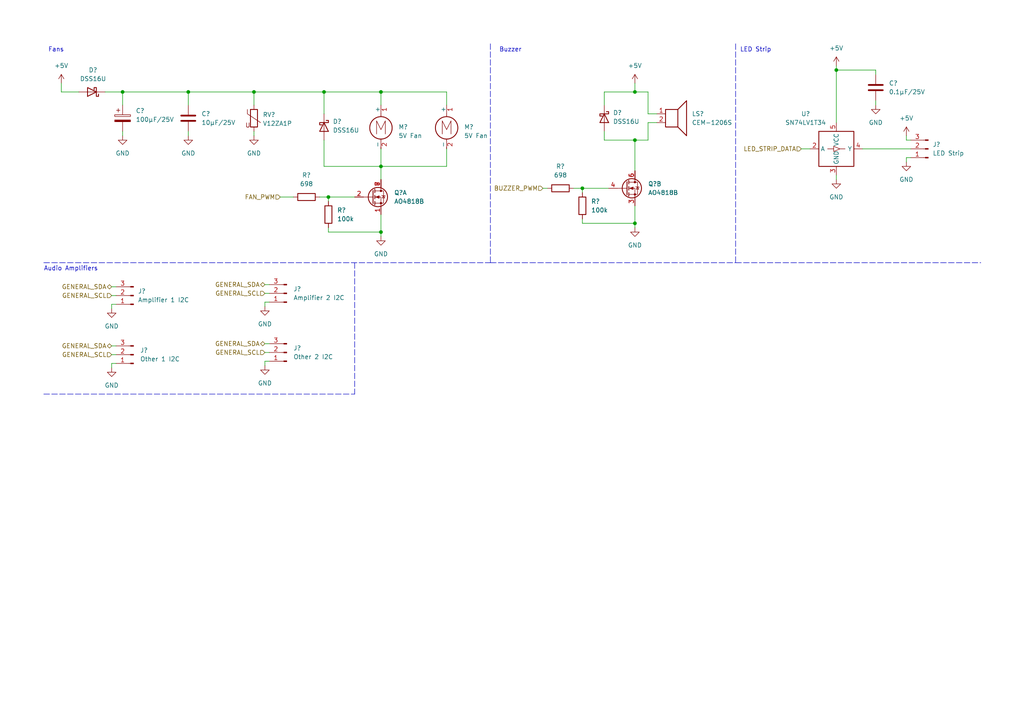
<source format=kicad_sch>
(kicad_sch (version 20211123) (generator eeschema)
  (paper "A4")
  (lib_symbols
    (symbol "Connector:Conn_01x03_Male" (pin_names (offset 1.016) hide)
      (property "Reference" "J" (at 0 5.08 0))
      (property "Value" "Conn_01x03_Male" (at 0 -5.08 0))
      (symbol "Conn_01x03_Male_1_1"
        (polyline (pts (xy 1.27 -2.54) (xy 0.8636 -2.54)) (stroke (width 0.1524)))
        (polyline (pts (xy 1.27 0) (xy 0.8636 0)) (stroke (width 0.1524)))
        (polyline (pts (xy 1.27 2.54) (xy 0.8636 2.54)) (stroke (width 0.1524)))
        (rectangle (start 0.8636 -2.413) (end 0 -2.667) (stroke (width 0.1524)) (fill (type outline)))
        (rectangle (start 0.8636 0.127) (end 0 -0.127) (stroke (width 0.1524)) (fill (type outline)))
        (rectangle (start 0.8636 2.667) (end 0 2.413) (stroke (width 0.1524)) (fill (type outline)))
        (pin passive line (at 5.08 2.54 180) (length 3.81) (name "Pin_1") (number "1"))
        (pin passive line (at 5.08 0 180) (length 3.81) (name "Pin_2") (number "2"))
        (pin passive line (at 5.08 -2.54 180) (length 3.81) (name "Pin_3") (number "3"))
      )
    )
    (symbol "Device:C" (pin_numbers hide) (pin_names (offset 0.254))
      (property "Reference" "C" (at 0.635 2.54 0))
      (property "Value" "C" (at 0.635 -2.54 0))
      (symbol "C_0_1"
        (polyline (pts (xy -2.032 -0.762) (xy 2.032 -0.762)) (stroke (width 0.508)))
        (polyline (pts (xy -2.032 0.762) (xy 2.032 0.762)) (stroke (width 0.508)))
      )
      (symbol "C_1_1"
        (pin passive line (at 0 3.81 270) (length 2.794) (name "~") (number "1"))
        (pin passive line (at 0 -3.81 90) (length 2.794) (name "~") (number "2"))
      )
    )
    (symbol "Device:C_Polarized" (pin_numbers hide) (pin_names (offset 0.254))
      (property "Reference" "C" (at 0.635 2.54 0))
      (property "Value" "C_Polarized" (at 0.635 -2.54 0))
      (symbol "C_Polarized_0_1"
        (rectangle (start -2.286 0.508) (end 2.286 1.016))
        (polyline (pts (xy -1.778 2.286) (xy -0.762 2.286)))
        (polyline (pts (xy -1.27 2.794) (xy -1.27 1.778)))
        (rectangle (start 2.286 -0.508) (end -2.286 -1.016) (fill (type outline)))
      )
      (symbol "C_Polarized_1_1"
        (pin passive line (at 0 3.81 270) (length 2.794) (name "~") (number "1"))
        (pin passive line (at 0 -3.81 90) (length 2.794) (name "~") (number "2"))
      )
    )
    (symbol "Device:D_Schottky" (pin_numbers hide) (pin_names (offset 1.016) hide)
      (property "Reference" "D" (at 0 2.54 0))
      (property "Value" "D_Schottky" (at 0 -2.54 0))
      (symbol "D_Schottky_0_1"
        (polyline (pts (xy 1.27 0) (xy -1.27 0)))
        (polyline (pts (xy 1.27 1.27) (xy 1.27 -1.27) (xy -1.27 0) (xy 1.27 1.27)) (stroke (width 0.254)))
        (polyline (pts (xy -1.905 0.635) (xy -1.905 1.27) (xy -1.27 1.27) (xy -1.27 -1.27) (xy -0.635 -1.27) (xy -0.635 -0.635)) (stroke (width 0.254)))
      )
      (symbol "D_Schottky_1_1"
        (pin passive line (at -3.81 0 0) (length 2.54) (name "K") (number "1"))
        (pin passive line (at 3.81 0 180) (length 2.54) (name "A") (number "2"))
      )
    )
    (symbol "Device:R" (pin_numbers hide) (pin_names (offset 0))
      (property "Reference" "R" (at 2.032 0 90))
      (property "Value" "R" (at 0 0 90))
      (symbol "R_0_1"
        (rectangle (start -1.016 -2.54) (end 1.016 2.54) (stroke (width 0.254)))
      )
      (symbol "R_1_1"
        (pin passive line (at 0 3.81 270) (length 1.27) (name "~") (number "1"))
        (pin passive line (at 0 -3.81 90) (length 1.27) (name "~") (number "2"))
      )
    )
    (symbol "Device:Speaker" (pin_names (offset 0) hide)
      (property "Reference" "LS" (at 1.27 5.715 0))
      (property "Value" "Speaker" (at 1.27 3.81 0))
      (symbol "Speaker_0_0"
        (rectangle (start -2.54 1.27) (end 1.016 -3.81) (stroke (width 0.254)))
        (polyline (pts (xy 1.016 1.27) (xy 3.556 3.81) (xy 3.556 -6.35) (xy 1.016 -3.81)) (stroke (width 0.254)))
      )
      (symbol "Speaker_1_1"
        (pin input line (at -5.08 0 0) (length 2.54) (name "1") (number "1"))
        (pin input line (at -5.08 -2.54 0) (length 2.54) (name "2") (number "2"))
      )
    )
    (symbol "Device:Varistor" (pin_numbers hide) (pin_names (offset 0))
      (property "Reference" "RV" (at 3.175 0 90))
      (property "Value" "Varistor" (at -3.175 0 90))
      (symbol "Varistor_0_0"
        (text "U" (at -1.778 -2.032 0) (effects (font (size 1.27 1.27))))
      )
      (symbol "Varistor_0_1"
        (rectangle (start -1.016 -2.54) (end 1.016 2.54) (stroke (width 0.254)))
        (polyline (pts (xy -1.905 2.54) (xy -1.905 1.27) (xy 1.905 -1.27)))
      )
      (symbol "Varistor_1_1"
        (pin passive line (at 0 3.81 270) (length 1.27) (name "~") (number "1"))
        (pin passive line (at 0 -3.81 90) (length 1.27) (name "~") (number "2"))
      )
    )
    (symbol "Motor:Motor_DC" (pin_names (offset 0))
      (property "Reference" "M" (at 2.54 2.54 0))
      (property "Value" "Motor_DC" (at 2.54 -5.08 0))
      (symbol "Motor_DC_0_0"
        (polyline (pts (xy -1.27 -3.302) (xy -1.27 0.508) (xy 0 -2.032) (xy 1.27 0.508) (xy 1.27 -3.302)))
      )
      (symbol "Motor_DC_0_1"
        (circle (center 0 -1.524) (radius 3.2512) (stroke (width 0.254)))
        (polyline (pts (xy 0 -7.62) (xy 0 -7.112)))
        (polyline (pts (xy 0 -4.7752) (xy 0 -5.1816)))
        (polyline (pts (xy 0 1.7272) (xy 0 2.0828)))
        (polyline (pts (xy 0 2.032) (xy 0 2.54)))
      )
      (symbol "Motor_DC_1_1"
        (pin passive line (at 0 5.08 270) (length 2.54) (name "+") (number "1"))
        (pin passive line (at 0 -7.62 90) (length 2.54) (name "-") (number "2"))
      )
    )
    (symbol "power:+5V" (power) (pin_names (offset 0))
      (property "Value" "+5V" (at 0 3.556 0))
      (symbol "+5V_0_1"
        (polyline (pts (xy -0.762 1.27) (xy 0 2.54)))
        (polyline (pts (xy 0 0) (xy 0 2.54)))
        (polyline (pts (xy 0 2.54) (xy 0.762 1.27)))
      )
      (symbol "+5V_1_1"
        (pin power_in line (at 0 0 90) (length 0) hide (name "+5V") (number "1"))
      )
    )
    (symbol "power:GND" (power) (pin_names (offset 0))
      (property "Value" "GND" (at 0 -3.81 0))
      (symbol "GND_0_1"
        (polyline (pts (xy 0 0) (xy 0 -1.27) (xy 1.27 -1.27) (xy 0 -2.54) (xy -1.27 -1.27) (xy 0 -1.27)))
      )
      (symbol "GND_1_1"
        (pin power_in line (at 0 0 270) (length 0) hide (name "GND") (number "1"))
      )
    )
    (symbol "t-top:AO4818B" (pin_names (offset 0) hide)
      (property "Reference" "Q" (at 5.08 1.27 0))
      (property "Value" "AO4818B" (at 5.08 -1.27 0))
      (symbol "AO4818B_0_1"
        (polyline (pts (xy 0.254 0) (xy -2.54 0)))
        (polyline (pts (xy 0.254 1.905) (xy 0.254 -1.905)) (stroke (width 0.254)))
        (polyline (pts (xy 0.762 -1.27) (xy 0.762 -2.286)) (stroke (width 0.254)))
        (polyline (pts (xy 0.762 0.508) (xy 0.762 -0.508)) (stroke (width 0.254)))
        (polyline (pts (xy 0.762 2.286) (xy 0.762 1.27)) (stroke (width 0.254)))
        (polyline (pts (xy 2.54 2.54) (xy 2.54 1.778)))
        (polyline (pts (xy 2.54 -2.54) (xy 2.54 0) (xy 0.762 0)))
        (polyline (pts (xy 0.762 -1.778) (xy 3.302 -1.778) (xy 3.302 1.778) (xy 0.762 1.778)))
        (polyline (pts (xy 1.016 0) (xy 2.032 0.381) (xy 2.032 -0.381) (xy 1.016 0)) (fill (type outline)))
        (polyline (pts (xy 2.794 0.508) (xy 2.921 0.381) (xy 3.683 0.381) (xy 3.81 0.254)))
        (polyline (pts (xy 3.302 0.381) (xy 2.921 -0.254) (xy 3.683 -0.254) (xy 3.302 0.381)))
        (circle (center 1.651 0) (radius 2.794) (stroke (width 0.254)))
        (circle (center 2.54 -1.778) (radius 0.254) (fill (type outline)))
        (circle (center 2.54 1.778) (radius 0.254) (fill (type outline)))
      )
      (symbol "AO4818B_1_1"
        (pin passive line (at 2.54 -5.08 90) (length 2.54) (name "S") (number "1"))
        (pin input line (at -5.08 0 0) (length 2.54) (name "G") (number "2"))
        (pin passive line (at 2.54 5.08 270) (length 2.54) (name "D") (number "7"))
        (pin passive line (at 2.54 5.08 270) (length 2.54) (name "D") (number "8"))
      )
      (symbol "AO4818B_2_1"
        (pin passive line (at 2.54 -5.08 90) (length 2.54) (name "S") (number "3"))
        (pin input line (at -5.08 0 0) (length 2.54) (name "G") (number "4"))
        (pin passive line (at 2.54 5.08 270) (length 2.54) (name "D") (number "5"))
        (pin passive line (at 2.54 5.08 270) (length 2.54) (name "D") (number "6"))
      )
    )
    (symbol "t-top:SN74LV1T34"
      (property "Reference" "U" (at 5.08 6.35 0))
      (property "Value" "SN74LV1T34" (at 5.08 3.81 0))
      (symbol "SN74LV1T34_0_1"
        (rectangle (start -5.08 5.08) (end 5.08 -5.08) (stroke (width 0.254)))
        (polyline (pts (xy -0.762 0) (xy -2.54 0)))
        (polyline (pts (xy 1.016 0) (xy 2.54 0)))
      )
      (symbol "SN74LV1T34_1_1"
        (polyline (pts (xy -0.762 -0.762) (xy -0.762 0.762) (xy 1.016 0) (xy -0.762 -0.762)))
        (pin no_connect line (at -5.08 2.54 0) (length 2.54) hide (name "NC") (number "1"))
        (pin input line (at -7.62 0 0) (length 2.54) (name "A") (number "2"))
        (pin power_in line (at 0 -7.62 90) (length 2.54) (name "GND") (number "3"))
        (pin output line (at 7.62 0 180) (length 2.54) (name "Y") (number "4"))
        (pin power_in line (at 0 7.62 270) (length 2.54) (name "VCC") (number "5"))
      )
    )
  )
  (junction (at 73.66 26.67))
  (junction (at 54.61 26.67))
  (junction (at 184.15 40.64))
  (junction (at 242.57 20.32))
  (junction (at 93.98 26.67))
  (junction (at 110.49 26.67))
  (junction (at 184.15 26.67))
  (junction (at 168.91 54.61))
  (junction (at 184.15 64.77))
  (junction (at 95.25 57.15))
  (junction (at 110.49 67.31))
  (junction (at 35.56 26.67))
  (junction (at 110.49 48.26))
  (wire (pts (xy 250.19 43.18) (xy 264.16 43.18)))
  (wire (pts (xy 190.5 35.56) (xy 187.96 35.56)))
  (wire (pts (xy 232.41 43.18) (xy 234.95 43.18)))
  (wire (pts (xy 92.71 57.15) (xy 95.25 57.15)))
  (wire (pts (xy 33.655 88.265) (xy 32.385 88.265)))
  (polyline (pts (xy 142.24 12.7) (xy 142.24 76.2)))
  (wire (pts (xy 76.835 99.695) (xy 78.105 99.695)))
  (wire (pts (xy 175.26 26.67) (xy 184.15 26.67)))
  (wire (pts (xy 110.49 26.67) (xy 129.54 26.67)))
  (wire (pts (xy 110.49 48.26) (xy 110.49 43.18)))
  (wire (pts (xy 35.56 26.67) (xy 35.56 30.48)))
  (wire (pts (xy 93.98 26.67) (xy 93.98 33.02)))
  (wire (pts (xy 264.16 40.64) (xy 262.89 40.64)))
  (wire (pts (xy 184.15 40.64) (xy 175.26 40.64)))
  (wire (pts (xy 264.16 45.72) (xy 262.89 45.72)))
  (wire (pts (xy 95.25 57.15) (xy 102.87 57.15)))
  (wire (pts (xy 129.54 48.26) (xy 110.49 48.26)))
  (wire (pts (xy 254 20.32) (xy 254 21.59)))
  (wire (pts (xy 35.56 38.1) (xy 35.56 39.37)))
  (wire (pts (xy 54.61 26.67) (xy 73.66 26.67)))
  (wire (pts (xy 187.96 35.56) (xy 187.96 40.64)))
  (wire (pts (xy 168.91 54.61) (xy 176.53 54.61)))
  (wire (pts (xy 168.91 64.77) (xy 184.15 64.77)))
  (wire (pts (xy 242.57 50.8) (xy 242.57 52.07)))
  (wire (pts (xy 32.385 105.41) (xy 32.385 106.68)))
  (wire (pts (xy 254 29.21) (xy 254 30.48)))
  (wire (pts (xy 262.89 39.37) (xy 262.89 40.64)))
  (wire (pts (xy 17.78 26.67) (xy 22.86 26.67)))
  (wire (pts (xy 184.15 40.64) (xy 184.15 49.53)))
  (wire (pts (xy 32.385 83.185) (xy 33.655 83.185)))
  (wire (pts (xy 157.48 54.61) (xy 158.75 54.61)))
  (wire (pts (xy 168.91 54.61) (xy 168.91 55.88)))
  (wire (pts (xy 95.25 57.15) (xy 95.25 58.42)))
  (wire (pts (xy 129.54 26.67) (xy 129.54 30.48)))
  (wire (pts (xy 76.835 104.775) (xy 76.835 106.045)))
  (wire (pts (xy 93.98 40.64) (xy 93.98 48.26)))
  (polyline (pts (xy 102.87 76.2) (xy 102.87 114.3)))
  (polyline (pts (xy 142.24 76.2) (xy 213.36 76.2)))
  (wire (pts (xy 30.48 26.67) (xy 35.56 26.67)))
  (wire (pts (xy 73.66 26.67) (xy 93.98 26.67)))
  (wire (pts (xy 17.78 24.13) (xy 17.78 26.67)))
  (wire (pts (xy 54.61 26.67) (xy 54.61 30.48)))
  (wire (pts (xy 110.49 26.67) (xy 110.49 30.48)))
  (wire (pts (xy 76.835 102.235) (xy 78.105 102.235)))
  (wire (pts (xy 168.91 63.5) (xy 168.91 64.77)))
  (wire (pts (xy 110.49 67.31) (xy 110.49 68.58)))
  (wire (pts (xy 54.61 38.1) (xy 54.61 39.37)))
  (wire (pts (xy 33.655 105.41) (xy 32.385 105.41)))
  (wire (pts (xy 242.57 20.32) (xy 254 20.32)))
  (wire (pts (xy 166.37 54.61) (xy 168.91 54.61)))
  (wire (pts (xy 81.28 57.15) (xy 85.09 57.15)))
  (polyline (pts (xy 12.7 76.2) (xy 142.24 76.2)))
  (wire (pts (xy 78.105 104.775) (xy 76.835 104.775)))
  (wire (pts (xy 32.385 88.265) (xy 32.385 89.535)))
  (wire (pts (xy 110.49 62.23) (xy 110.49 67.31)))
  (wire (pts (xy 73.66 26.67) (xy 73.66 30.48)))
  (wire (pts (xy 242.57 20.32) (xy 242.57 35.56)))
  (wire (pts (xy 129.54 43.18) (xy 129.54 48.26)))
  (wire (pts (xy 187.96 33.02) (xy 190.5 33.02)))
  (wire (pts (xy 175.26 40.64) (xy 175.26 38.1)))
  (wire (pts (xy 35.56 26.67) (xy 54.61 26.67)))
  (wire (pts (xy 110.49 48.26) (xy 110.49 52.07)))
  (wire (pts (xy 32.385 100.33) (xy 33.655 100.33)))
  (wire (pts (xy 262.89 45.72) (xy 262.89 46.99)))
  (wire (pts (xy 184.15 26.67) (xy 187.96 26.67)))
  (wire (pts (xy 93.98 26.67) (xy 110.49 26.67)))
  (wire (pts (xy 95.25 66.04) (xy 95.25 67.31)))
  (wire (pts (xy 76.835 87.63) (xy 76.835 88.9)))
  (wire (pts (xy 32.385 85.725) (xy 33.655 85.725)))
  (wire (pts (xy 175.26 30.48) (xy 175.26 26.67)))
  (wire (pts (xy 184.15 26.67) (xy 184.15 24.13)))
  (polyline (pts (xy 213.36 12.7) (xy 213.36 76.2)))
  (polyline (pts (xy 213.36 76.2) (xy 284.48 76.2)))
  (wire (pts (xy 93.98 48.26) (xy 110.49 48.26)))
  (wire (pts (xy 184.15 59.69) (xy 184.15 64.77)))
  (wire (pts (xy 242.57 19.05) (xy 242.57 20.32)))
  (wire (pts (xy 187.96 26.67) (xy 187.96 33.02)))
  (polyline (pts (xy 12.7 114.3) (xy 102.87 114.3)))
  (wire (pts (xy 95.25 67.31) (xy 110.49 67.31)))
  (wire (pts (xy 32.385 102.87) (xy 33.655 102.87)))
  (wire (pts (xy 73.66 38.1) (xy 73.66 39.37)))
  (wire (pts (xy 76.835 82.55) (xy 78.105 82.55)))
  (wire (pts (xy 187.96 40.64) (xy 184.15 40.64)))
  (wire (pts (xy 76.835 85.09) (xy 78.105 85.09)))
  (wire (pts (xy 184.15 64.77) (xy 184.15 66.04)))
  (wire (pts (xy 78.105 87.63) (xy 76.835 87.63)))
  (text "Buzzer" (at 144.78 15.24 0) (effects (font (size 1.27 1.27)) (justify left bottom)))
  (text "Fans" (at 13.97 15.24 0) (effects (font (size 1.27 1.27)) (justify left bottom)))
  (text "LED Strip" (at 214.63 15.24 0) (effects (font (size 1.27 1.27)) (justify left bottom)))
  (text "Audio Amplifiers" (at 12.7 78.74 0) (effects (font (size 1.27 1.27)) (justify left bottom)))
  (hierarchical_label "GENERAL_SDA" (shape bidirectional) (at 76.835 99.695 180))
  (hierarchical_label "GENERAL_SCL" (shape input) (at 32.385 85.725 180))
  (hierarchical_label "GENERAL_SCL" (shape input) (at 32.385 102.87 180))
  (hierarchical_label "GENERAL_SDA" (shape bidirectional) (at 32.385 100.33 180))
  (hierarchical_label "GENERAL_SCL" (shape input) (at 76.835 85.09 180))
  (hierarchical_label "GENERAL_SDA" (shape bidirectional) (at 32.385 83.185 180))
  (hierarchical_label "FAN_PWM" (shape input) (at 81.28 57.15 180))
  (hierarchical_label "GENERAL_SCL" (shape input) (at 76.835 102.235 180))
  (hierarchical_label "LED_STRIP_DATA" (shape input) (at 232.41 43.18 180))
  (hierarchical_label "BUZZER_PWM" (shape input) (at 157.48 54.61 180))
  (hierarchical_label "GENERAL_SDA" (shape bidirectional) (at 76.835 82.55 180))
  (symbol (lib_id "Device:D_Schottky") (at 175.26 34.29 270) (unit 1)
    (property "Reference" "D?" (at 177.8 32.7024 90) (effects (justify left)))
    (property "Value" "DSS16U" (at 177.8 35.2424 90) (effects (justify left)))
  )
  (symbol (lib_id "power:+5V") (at 17.78 24.13 0) (unit 1)
    (property "Reference" "#PWR?" (effects hide))
    (property "Value" "+5V" (at 17.78 19.05 0))
  )
  (symbol (lib_id "power:GND") (at 262.89 46.99 0) (unit 1)
    (property "Reference" "#PWR?" (effects hide))
    (property "Value" "GND" (at 262.89 52.07 0))
  )
  (symbol (lib_id "power:GND") (at 184.15 66.04 0) (unit 1)
    (property "Reference" "#PWR?" (effects hide))
    (property "Value" "GND" (at 184.15 71.12 0))
  )
  (symbol (lib_id "power:GND") (at 76.835 106.045 0) (unit 1)
    (property "Reference" "#PWR?" (effects hide))
    (property "Value" "GND" (at 76.835 111.125 0))
  )
  (symbol (lib_id "Connector:Conn_01x03_Male") (at 269.24 43.18 180) (unit 1)
    (property "Reference" "J?" (at 270.51 41.9099 0) (effects (justify right)))
    (property "Value" "LED Strip" (at 270.51 44.4499 0) (effects (justify right)))
  )
  (symbol (lib_id "Connector:Conn_01x03_Male") (at 38.735 102.87 180) (unit 1)
    (property "Reference" "J?" (at 40.64 101.5999 0) (effects (justify right)))
    (property "Value" "Other 1 I2C" (at 40.64 104.1399 0) (effects (justify right)))
  )
  (symbol (lib_id "Motor:Motor_DC") (at 110.49 35.56 0) (unit 1)
    (property "Reference" "M?" (at 115.57 36.8299 0) (effects (justify left)))
    (property "Value" "5V Fan" (at 115.57 39.3699 0) (effects (justify left)))
  )
  (symbol (lib_id "Device:D_Schottky") (at 93.98 36.83 270) (unit 1)
    (property "Reference" "D?" (at 96.52 35.2424 90) (effects (justify left)))
    (property "Value" "DSS16U" (at 96.52 37.7824 90) (effects (justify left)))
  )
  (symbol (lib_id "Device:Speaker") (at 195.58 33.02 0) (unit 1)
    (property "Reference" "LS?" (at 200.66 33.0199 0) (effects (justify left)))
    (property "Value" "CEM-1206S" (at 200.66 35.5599 0) (effects (justify left)))
  )
  (symbol (lib_id "Device:D_Schottky") (at 26.67 26.67 180) (unit 1)
    (property "Reference" "D?" (at 26.9875 20.32 0))
    (property "Value" "DSS16U" (at 26.9875 22.86 0))
  )
  (symbol (lib_id "Connector:Conn_01x03_Male") (at 83.185 102.235 180) (unit 1)
    (property "Reference" "J?" (at 85.09 100.9649 0) (effects (justify right)))
    (property "Value" "Other 2 I2C" (at 85.09 103.5049 0) (effects (justify right)))
  )
  (symbol (lib_id "Connector:Conn_01x03_Male") (at 38.735 85.725 180) (unit 1)
    (property "Reference" "J?" (at 40.005 84.4549 0) (effects (justify right)))
    (property "Value" "Amplifier 1 I2C" (at 40.005 86.9949 0) (effects (justify right)))
  )
  (symbol (lib_id "Motor:Motor_DC") (at 129.54 35.56 0) (unit 1)
    (property "Reference" "M?" (at 134.62 36.8299 0) (effects (justify left)))
    (property "Value" "5V Fan" (at 134.62 39.3699 0) (effects (justify left)))
  )
  (symbol (lib_id "Device:R") (at 162.56 54.61 90) (unit 1)
    (property "Reference" "R?" (at 162.56 48.26 90))
    (property "Value" "698" (at 162.56 50.8 90))
  )
  (symbol (lib_id "power:GND") (at 54.61 39.37 0) (unit 1)
    (property "Reference" "#PWR?" (effects hide))
    (property "Value" "GND" (at 54.61 44.45 0))
  )
  (symbol (lib_id "power:GND") (at 110.49 68.58 0) (unit 1)
    (property "Reference" "#PWR?" (effects hide))
    (property "Value" "GND" (at 110.49 73.66 0))
  )
  (symbol (lib_id "power:GND") (at 76.835 88.9 0) (unit 1)
    (property "Reference" "#PWR?" (effects hide))
    (property "Value" "GND" (at 76.835 93.98 0))
  )
  (symbol (lib_id "power:GND") (at 32.385 89.535 0) (unit 1)
    (property "Reference" "#PWR?" (effects hide))
    (property "Value" "GND" (at 32.385 94.615 0))
  )
  (symbol (lib_id "power:+5V") (at 242.57 19.05 0) (unit 1)
    (property "Reference" "#PWR?" (effects hide))
    (property "Value" "+5V" (at 242.57 13.97 0))
  )
  (symbol (lib_id "Device:R") (at 168.91 59.69 0) (unit 1)
    (property "Reference" "R?" (at 171.45 58.4199 0) (effects (justify left)))
    (property "Value" "100k" (at 171.45 60.9599 0) (effects (justify left)))
  )
  (symbol (lib_id "power:GND") (at 242.57 52.07 0) (unit 1)
    (property "Reference" "#PWR?" (effects hide))
    (property "Value" "GND" (at 242.57 57.15 0))
  )
  (symbol (lib_id "power:GND") (at 254 30.48 0) (unit 1)
    (property "Reference" "#PWR?" (effects hide))
    (property "Value" "GND" (at 254 35.56 0))
  )
  (symbol (lib_id "power:+5V") (at 184.15 24.13 0) (unit 1)
    (property "Reference" "#PWR?" (effects hide))
    (property "Value" "+5V" (at 184.15 19.05 0))
  )
  (symbol (lib_id "power:GND") (at 35.56 39.37 0) (unit 1)
    (property "Reference" "#PWR?" (effects hide))
    (property "Value" "GND" (at 35.56 44.45 0))
  )
  (symbol (lib_id "Device:C") (at 254 25.4 0) (unit 1)
    (property "Reference" "C?" (at 257.81 24.1299 0) (effects (justify left)))
    (property "Value" "0.1µF/25V" (at 257.81 26.6699 0) (effects (justify left)))
  )
  (symbol (lib_id "t-top:SN74LV1T34") (at 242.57 43.18 0) (unit 1)
    (property "Reference" "U?" (at 233.68 33.02 0))
    (property "Value" "SN74LV1T34" (at 233.68 35.56 0))
    (property "Footprint" "Package_TO_SOT_SMD:SOT-23-5" (effects hide))
    (property "Datasheet" "https://www.ti.com/lit/ds/symlink/sn74lv1t34.pdf" (effects hide))
  )
  (symbol (lib_id "Device:Varistor") (at 73.66 34.29 0) (unit 1)
    (property "Reference" "RV?" (at 76.2 33.2731 0) (effects (justify left)))
    (property "Value" "V12ZA1P" (at 76.2 35.8131 0) (effects (justify left)))
  )
  (symbol (lib_id "power:GND") (at 32.385 106.68 0) (unit 1)
    (property "Reference" "#PWR?" (effects hide))
    (property "Value" "GND" (at 32.385 111.76 0))
  )
  (symbol (lib_id "Device:R") (at 95.25 62.23 0) (unit 1)
    (property "Reference" "R?" (at 97.79 60.9599 0) (effects (justify left)))
    (property "Value" "100k" (at 97.79 63.4999 0) (effects (justify left)))
  )
  (symbol (lib_id "Connector:Conn_01x03_Male") (at 83.185 85.09 180) (unit 1)
    (property "Reference" "J?" (at 85.09 83.8199 0) (effects (justify right)))
    (property "Value" "Amplifier 2 I2C" (at 85.09 86.3599 0) (effects (justify right)))
  )
  (symbol (lib_id "t-top:AO4818B") (at 107.95 57.15 0) (unit 1)
    (property "Reference" "Q?" (at 114.3 55.8799 0) (effects (justify left)))
    (property "Value" "AO4818B" (at 114.3 58.4199 0) (effects (justify left)))
  )
  (symbol (lib_id "power:+5V") (at 262.89 39.37 0) (unit 1)
    (property "Reference" "#PWR?" (effects hide))
    (property "Value" "+5V" (at 262.89 34.29 0))
  )
  (symbol (lib_id "Device:C_Polarized") (at 35.56 34.29 0) (unit 1)
    (property "Reference" "C?" (at 39.37 32.1309 0) (effects (justify left)))
    (property "Value" "100µF/25V" (at 39.37 34.6709 0) (effects (justify left)))
  )
  (symbol (lib_id "t-top:AO4818B") (at 181.61 54.61 0) (unit 2)
    (property "Reference" "Q?" (at 187.96 53.3399 0) (effects (justify left)))
    (property "Value" "AO4818B" (at 187.96 55.8799 0) (effects (justify left)))
  )
  (symbol (lib_id "Device:C") (at 54.61 34.29 0) (unit 1)
    (property "Reference" "C?" (at 58.42 33.0199 0) (effects (justify left)))
    (property "Value" "10µF/25V" (at 58.42 35.5599 0) (effects (justify left)))
  )
  (symbol (lib_id "Device:R") (at 88.9 57.15 90) (unit 1)
    (property "Reference" "R?" (at 88.9 50.8 90))
    (property "Value" "698" (at 88.9 53.34 90))
  )
  (symbol (lib_id "power:GND") (at 73.66 39.37 0) (unit 1)
    (property "Reference" "#PWR?" (effects hide))
    (property "Value" "GND" (at 73.66 44.45 0))
  )
)
</source>
